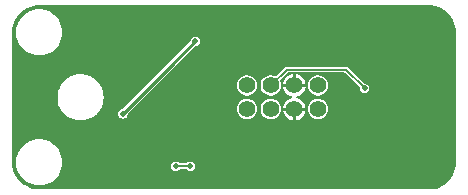
<source format=gbr>
%TF.GenerationSoftware,KiCad,Pcbnew,8.0.3*%
%TF.CreationDate,2024-07-01T09:22:30+07:00*%
%TF.ProjectId,WeatherStation,57656174-6865-4725-9374-6174696f6e2e,rev?*%
%TF.SameCoordinates,Original*%
%TF.FileFunction,Copper,L2,Bot*%
%TF.FilePolarity,Positive*%
%FSLAX46Y46*%
G04 Gerber Fmt 4.6, Leading zero omitted, Abs format (unit mm)*
G04 Created by KiCad (PCBNEW 8.0.3) date 2024-07-01 09:22:30*
%MOMM*%
%LPD*%
G01*
G04 APERTURE LIST*
%TA.AperFunction,ComponentPad*%
%ADD10C,1.400000*%
%TD*%
%TA.AperFunction,ViaPad*%
%ADD11C,0.480000*%
%TD*%
%TA.AperFunction,Conductor*%
%ADD12C,0.250000*%
%TD*%
%TA.AperFunction,Conductor*%
%ADD13C,0.160000*%
%TD*%
G04 APERTURE END LIST*
D10*
%TO.P,J6,1,1*%
%TO.N,VSEN1*%
X217475001Y-113100001D03*
%TO.P,J6,2,2*%
%TO.N,VDD1*%
X217475001Y-115100001D03*
%TO.P,J6,3,3*%
%TO.N,GND1*%
X215475001Y-113100001D03*
%TO.P,J6,4,4*%
X215475001Y-115100001D03*
%TO.P,J6,5,5*%
%TO.N,/SENSORS/~{LED_EN}*%
X213475001Y-113100001D03*
%TO.P,J6,6,6*%
%TO.N,/SENSORS/VOUT*%
X213475001Y-115100001D03*
%TO.P,J6,7,7*%
%TO.N,/SENSORS/SCL1*%
X211475001Y-113100001D03*
%TO.P,J6,8,8*%
%TO.N,/SENSORS/SDA1*%
X211475001Y-115100001D03*
%TD*%
D11*
%TO.N,GND1*%
X207375000Y-116850000D03*
X216675002Y-109900000D03*
X213875002Y-109900000D03*
X228125002Y-118300000D03*
X200875000Y-121000001D03*
X197375000Y-111350000D03*
X212750000Y-120575002D03*
X220375000Y-117350000D03*
X216675002Y-108900000D03*
X207375000Y-107850000D03*
X207750000Y-120575002D03*
X217750000Y-120575002D03*
X204375000Y-113850000D03*
X213875002Y-108900000D03*
X209875000Y-107850000D03*
X199875000Y-111350000D03*
X207375000Y-113850000D03*
X200875000Y-119600001D03*
X215250000Y-120575002D03*
X228125002Y-113300000D03*
X228125002Y-110800000D03*
X220250000Y-120575002D03*
X222375000Y-107850000D03*
X204375000Y-116850000D03*
X197375000Y-116850000D03*
X216675002Y-107900000D03*
X225250000Y-120575002D03*
X210375000Y-110350000D03*
X210250000Y-120575002D03*
X193875000Y-116850000D03*
X212375000Y-107850000D03*
X228125002Y-115800000D03*
X222750000Y-120575002D03*
X224875000Y-107850000D03*
X193875000Y-113850000D03*
X197375000Y-108850000D03*
X200875000Y-118100001D03*
X210875000Y-116850000D03*
X207375000Y-111350000D03*
X193875000Y-111350000D03*
X202375000Y-111350000D03*
X213875002Y-107900000D03*
%TO.N,VSEN1*%
X207100004Y-109350000D03*
X200950003Y-115500001D03*
%TO.N,/SENSORS/SDA1*%
X205450000Y-119925001D03*
X206650000Y-119925001D03*
%TO.N,/SENSORS/~{LED_EN}*%
X221425002Y-113350000D03*
%TD*%
D12*
%TO.N,VSEN1*%
X204987502Y-111462502D02*
X200950003Y-115500001D01*
X207100004Y-109350000D02*
X204987502Y-111462502D01*
D13*
%TO.N,/SENSORS/SDA1*%
X205450000Y-119925001D02*
X206650000Y-119925001D01*
%TO.N,/SENSORS/~{LED_EN}*%
X214825002Y-111750000D02*
X213475001Y-113100001D01*
X221425002Y-113350000D02*
X219825002Y-111750000D01*
X219825002Y-111750000D02*
X214825002Y-111750000D01*
%TD*%
%TA.AperFunction,Conductor*%
%TO.N,GND1*%
G36*
X226877281Y-106300643D02*
G01*
X227147314Y-106316978D01*
X227156768Y-106318126D01*
X227420510Y-106366458D01*
X227429763Y-106368738D01*
X227685759Y-106448510D01*
X227694667Y-106451888D01*
X227939180Y-106561935D01*
X227947609Y-106566359D01*
X228147765Y-106687358D01*
X228177074Y-106705076D01*
X228184925Y-106710495D01*
X228395996Y-106875858D01*
X228403136Y-106882185D01*
X228592719Y-107071768D01*
X228599045Y-107078908D01*
X228764401Y-107289968D01*
X228769819Y-107297817D01*
X228894665Y-107504338D01*
X228908535Y-107527281D01*
X228912968Y-107535728D01*
X229023008Y-107780227D01*
X229026391Y-107789147D01*
X229106159Y-108045132D01*
X229108442Y-108054395D01*
X229156772Y-108318124D01*
X229157922Y-108327594D01*
X229174258Y-108597650D01*
X229174402Y-108602420D01*
X229174402Y-119551849D01*
X229174302Y-119552866D01*
X229174302Y-119597609D01*
X229174158Y-119602379D01*
X229157824Y-119872404D01*
X229156674Y-119881874D01*
X229108344Y-120145604D01*
X229106061Y-120154867D01*
X229026293Y-120410852D01*
X229022910Y-120419772D01*
X228912870Y-120664271D01*
X228908437Y-120672718D01*
X228769726Y-120902174D01*
X228764307Y-120910025D01*
X228598944Y-121121096D01*
X228592617Y-121128236D01*
X228403038Y-121317815D01*
X228395898Y-121324142D01*
X228184827Y-121489505D01*
X228176976Y-121494924D01*
X227947520Y-121633636D01*
X227939073Y-121638069D01*
X227694574Y-121748109D01*
X227685654Y-121751492D01*
X227429669Y-121831260D01*
X227420406Y-121833543D01*
X227156677Y-121881874D01*
X227147207Y-121883024D01*
X226877216Y-121899356D01*
X226872446Y-121899500D01*
X193864164Y-121899500D01*
X193859394Y-121899356D01*
X193602595Y-121883822D01*
X193593125Y-121882672D01*
X193329395Y-121834342D01*
X193320132Y-121832059D01*
X193064148Y-121752291D01*
X193055228Y-121748908D01*
X192810729Y-121638868D01*
X192802282Y-121634435D01*
X192800960Y-121633636D01*
X192671676Y-121555481D01*
X192572826Y-121495724D01*
X192564975Y-121490305D01*
X192353904Y-121324942D01*
X192346764Y-121318615D01*
X192157185Y-121129036D01*
X192150858Y-121121896D01*
X191985495Y-120910825D01*
X191980076Y-120902974D01*
X191854751Y-120695662D01*
X191841359Y-120673509D01*
X191836936Y-120665080D01*
X191726888Y-120420566D01*
X191723508Y-120411652D01*
X191692033Y-120310646D01*
X191643738Y-120155663D01*
X191641457Y-120146405D01*
X191593126Y-119882667D01*
X191591978Y-119873213D01*
X191575644Y-119603180D01*
X191575548Y-119600000D01*
X191919519Y-119600000D01*
X191936855Y-119842395D01*
X191939423Y-119878293D01*
X191998730Y-120150923D01*
X192095976Y-120411652D01*
X192096232Y-120412337D01*
X192149982Y-120510773D01*
X192229946Y-120657214D01*
X192229950Y-120657220D01*
X192397144Y-120880565D01*
X192397154Y-120880577D01*
X192594423Y-121077846D01*
X192594429Y-121077851D01*
X192594433Y-121077855D01*
X192817788Y-121245056D01*
X193062664Y-121378769D01*
X193324078Y-121476271D01*
X193596707Y-121535578D01*
X193875001Y-121555482D01*
X194153295Y-121535578D01*
X194425924Y-121476271D01*
X194687338Y-121378769D01*
X194932214Y-121245056D01*
X195155569Y-121077855D01*
X195352856Y-120880568D01*
X195520057Y-120657213D01*
X195653770Y-120412337D01*
X195751272Y-120150923D01*
X195800419Y-119924998D01*
X205044508Y-119924998D01*
X205044508Y-119925003D01*
X205064353Y-120050303D01*
X205064354Y-120050307D01*
X205121948Y-120163341D01*
X205121950Y-120163344D01*
X205211656Y-120253050D01*
X205211659Y-120253052D01*
X205324693Y-120310646D01*
X205324695Y-120310646D01*
X205324696Y-120310647D01*
X205366464Y-120317262D01*
X205449998Y-120330493D01*
X205450000Y-120330493D01*
X205450002Y-120330493D01*
X205512652Y-120320570D01*
X205575304Y-120310647D01*
X205688342Y-120253051D01*
X205752753Y-120188639D01*
X205801728Y-120165802D01*
X205808614Y-120165501D01*
X206291386Y-120165501D01*
X206342166Y-120183983D01*
X206347236Y-120188629D01*
X206411658Y-120253051D01*
X206411660Y-120253052D01*
X206411659Y-120253052D01*
X206524693Y-120310646D01*
X206524695Y-120310646D01*
X206524696Y-120310647D01*
X206566464Y-120317262D01*
X206649998Y-120330493D01*
X206650000Y-120330493D01*
X206650002Y-120330493D01*
X206712652Y-120320570D01*
X206775304Y-120310647D01*
X206888342Y-120253051D01*
X206978050Y-120163343D01*
X207035646Y-120050305D01*
X207055492Y-119925001D01*
X207048788Y-119882675D01*
X207035646Y-119799698D01*
X207035645Y-119799694D01*
X206978051Y-119686660D01*
X206978049Y-119686657D01*
X206888343Y-119596951D01*
X206888340Y-119596949D01*
X206775306Y-119539355D01*
X206775302Y-119539354D01*
X206650002Y-119519509D01*
X206649998Y-119519509D01*
X206524697Y-119539354D01*
X206524693Y-119539355D01*
X206411659Y-119596949D01*
X206379453Y-119629155D01*
X206347246Y-119661362D01*
X206298272Y-119684200D01*
X206291386Y-119684501D01*
X205808614Y-119684501D01*
X205757834Y-119666019D01*
X205752763Y-119661372D01*
X205688342Y-119596951D01*
X205688339Y-119596949D01*
X205688340Y-119596949D01*
X205575306Y-119539355D01*
X205575302Y-119539354D01*
X205450002Y-119519509D01*
X205449998Y-119519509D01*
X205324697Y-119539354D01*
X205324693Y-119539355D01*
X205211659Y-119596949D01*
X205211656Y-119596951D01*
X205121950Y-119686657D01*
X205121948Y-119686660D01*
X205064354Y-119799694D01*
X205064353Y-119799698D01*
X205044508Y-119924998D01*
X195800419Y-119924998D01*
X195810579Y-119878294D01*
X195830483Y-119600000D01*
X195810579Y-119321706D01*
X195751272Y-119049077D01*
X195653770Y-118787663D01*
X195520057Y-118542787D01*
X195352856Y-118319432D01*
X195352852Y-118319428D01*
X195352847Y-118319422D01*
X195155578Y-118122153D01*
X195155572Y-118122148D01*
X195155569Y-118122145D01*
X194932214Y-117954944D01*
X194687338Y-117821231D01*
X194687335Y-117821230D01*
X194687336Y-117821230D01*
X194425924Y-117723729D01*
X194425925Y-117723729D01*
X194289609Y-117694075D01*
X194153295Y-117664422D01*
X193875001Y-117644518D01*
X193596707Y-117664422D01*
X193324077Y-117723729D01*
X193062665Y-117821230D01*
X192817786Y-117954945D01*
X192817780Y-117954949D01*
X192594435Y-118122143D01*
X192594423Y-118122153D01*
X192397154Y-118319422D01*
X192397144Y-118319434D01*
X192229950Y-118542779D01*
X192229946Y-118542785D01*
X192096231Y-118787664D01*
X192055622Y-118896542D01*
X191998730Y-119049077D01*
X191939423Y-119321706D01*
X191919519Y-119600000D01*
X191575548Y-119600000D01*
X191575500Y-119598410D01*
X191575500Y-114100000D01*
X195419519Y-114100000D01*
X195436855Y-114342395D01*
X195439423Y-114378293D01*
X195498730Y-114650923D01*
X195586071Y-114885096D01*
X195596232Y-114912337D01*
X195723865Y-115146079D01*
X195729946Y-115157214D01*
X195729950Y-115157220D01*
X195897144Y-115380565D01*
X195897154Y-115380577D01*
X196094423Y-115577846D01*
X196094429Y-115577851D01*
X196094433Y-115577855D01*
X196317788Y-115745056D01*
X196562664Y-115878769D01*
X196824078Y-115976271D01*
X197096707Y-116035578D01*
X197375001Y-116055482D01*
X197653295Y-116035578D01*
X197925924Y-115976271D01*
X198187338Y-115878769D01*
X198432214Y-115745056D01*
X198655569Y-115577855D01*
X198733426Y-115499998D01*
X200544511Y-115499998D01*
X200544511Y-115500003D01*
X200564356Y-115625303D01*
X200564357Y-115625307D01*
X200621951Y-115738341D01*
X200621953Y-115738344D01*
X200711659Y-115828050D01*
X200711662Y-115828052D01*
X200824696Y-115885646D01*
X200824698Y-115885646D01*
X200824699Y-115885647D01*
X200866467Y-115892262D01*
X200950001Y-115905493D01*
X200950003Y-115905493D01*
X200950005Y-115905493D01*
X201012655Y-115895570D01*
X201075307Y-115885647D01*
X201188345Y-115828051D01*
X201278053Y-115738343D01*
X201335649Y-115625305D01*
X201351806Y-115523290D01*
X201373970Y-115479790D01*
X201753761Y-115099999D01*
X210609761Y-115099999D01*
X210609761Y-115100002D01*
X210628669Y-115279895D01*
X210628671Y-115279904D01*
X210684562Y-115451918D01*
X210684565Y-115451926D01*
X210775007Y-115608576D01*
X210896042Y-115743000D01*
X210896043Y-115743001D01*
X210896045Y-115743003D01*
X211042375Y-115849317D01*
X211042381Y-115849321D01*
X211207627Y-115922893D01*
X211384559Y-115960501D01*
X211384563Y-115960501D01*
X211565439Y-115960501D01*
X211565443Y-115960501D01*
X211742375Y-115922893D01*
X211907621Y-115849321D01*
X212051133Y-115745054D01*
X212053956Y-115743003D01*
X212053956Y-115743002D01*
X212053960Y-115743000D01*
X212174995Y-115608576D01*
X212265437Y-115451926D01*
X212321333Y-115279895D01*
X212340241Y-115100001D01*
X212340241Y-115099999D01*
X212609761Y-115099999D01*
X212609761Y-115100002D01*
X212628669Y-115279895D01*
X212628671Y-115279904D01*
X212684562Y-115451918D01*
X212684565Y-115451926D01*
X212775007Y-115608576D01*
X212896042Y-115743000D01*
X212896043Y-115743001D01*
X212896045Y-115743003D01*
X213042375Y-115849317D01*
X213042381Y-115849321D01*
X213207627Y-115922893D01*
X213384559Y-115960501D01*
X213384563Y-115960501D01*
X213565439Y-115960501D01*
X213565443Y-115960501D01*
X213742375Y-115922893D01*
X213907621Y-115849321D01*
X214051133Y-115745054D01*
X214053956Y-115743003D01*
X214053956Y-115743002D01*
X214053960Y-115743000D01*
X214174995Y-115608576D01*
X214265437Y-115451926D01*
X214321333Y-115279895D01*
X214340241Y-115100001D01*
X214340051Y-115098197D01*
X214335398Y-115053923D01*
X214321333Y-114920107D01*
X214318808Y-114912337D01*
X214265439Y-114748083D01*
X214265437Y-114748076D01*
X214174995Y-114591426D01*
X214053960Y-114457002D01*
X214053957Y-114457000D01*
X214053956Y-114456998D01*
X213907626Y-114350684D01*
X213907623Y-114350682D01*
X213907621Y-114350681D01*
X213807906Y-114306285D01*
X213742378Y-114277110D01*
X213742373Y-114277108D01*
X213670998Y-114261937D01*
X213565443Y-114239501D01*
X213384559Y-114239501D01*
X213305392Y-114256328D01*
X213207628Y-114277108D01*
X213207623Y-114277110D01*
X213042385Y-114350679D01*
X213042375Y-114350684D01*
X212896045Y-114456998D01*
X212896042Y-114457002D01*
X212775006Y-114591426D01*
X212684565Y-114748076D01*
X212684562Y-114748083D01*
X212628671Y-114920097D01*
X212628669Y-114920106D01*
X212609761Y-115099999D01*
X212340241Y-115099999D01*
X212340051Y-115098197D01*
X212335398Y-115053923D01*
X212321333Y-114920107D01*
X212318808Y-114912337D01*
X212265439Y-114748083D01*
X212265437Y-114748076D01*
X212174995Y-114591426D01*
X212053960Y-114457002D01*
X212053957Y-114457000D01*
X212053956Y-114456998D01*
X211907626Y-114350684D01*
X211907623Y-114350682D01*
X211907621Y-114350681D01*
X211807906Y-114306285D01*
X211742378Y-114277110D01*
X211742373Y-114277108D01*
X211670998Y-114261937D01*
X211565443Y-114239501D01*
X211384559Y-114239501D01*
X211305392Y-114256328D01*
X211207628Y-114277108D01*
X211207623Y-114277110D01*
X211042385Y-114350679D01*
X211042375Y-114350684D01*
X210896045Y-114456998D01*
X210896042Y-114457002D01*
X210775006Y-114591426D01*
X210684565Y-114748076D01*
X210684562Y-114748083D01*
X210628671Y-114920097D01*
X210628669Y-114920106D01*
X210609761Y-115099999D01*
X201753761Y-115099999D01*
X203753762Y-113099999D01*
X210609761Y-113099999D01*
X210609761Y-113100002D01*
X210628669Y-113279895D01*
X210628671Y-113279904D01*
X210684562Y-113451918D01*
X210684565Y-113451926D01*
X210736781Y-113542367D01*
X210763323Y-113588340D01*
X210775007Y-113608576D01*
X210896042Y-113743000D01*
X210896043Y-113743001D01*
X210896045Y-113743003D01*
X211042375Y-113849317D01*
X211042381Y-113849321D01*
X211207627Y-113922893D01*
X211384559Y-113960501D01*
X211384563Y-113960501D01*
X211565439Y-113960501D01*
X211565443Y-113960501D01*
X211742375Y-113922893D01*
X211907621Y-113849321D01*
X212053960Y-113743000D01*
X212174995Y-113608576D01*
X212265437Y-113451926D01*
X212321333Y-113279895D01*
X212340241Y-113100001D01*
X212340241Y-113099999D01*
X212609761Y-113099999D01*
X212609761Y-113100002D01*
X212628669Y-113279895D01*
X212628671Y-113279904D01*
X212684562Y-113451918D01*
X212684565Y-113451926D01*
X212736781Y-113542367D01*
X212763323Y-113588340D01*
X212775007Y-113608576D01*
X212896042Y-113743000D01*
X212896043Y-113743001D01*
X212896045Y-113743003D01*
X213042375Y-113849317D01*
X213042381Y-113849321D01*
X213207627Y-113922893D01*
X213384559Y-113960501D01*
X213384563Y-113960501D01*
X213565439Y-113960501D01*
X213565443Y-113960501D01*
X213742375Y-113922893D01*
X213907621Y-113849321D01*
X214053960Y-113743000D01*
X214174995Y-113608576D01*
X214265437Y-113451926D01*
X214321333Y-113279895D01*
X214340241Y-113100001D01*
X214327103Y-112975001D01*
X214532716Y-112975001D01*
X215146148Y-112975001D01*
X215125001Y-113053923D01*
X215125001Y-113146079D01*
X215146148Y-113225001D01*
X214532716Y-113225001D01*
X214538746Y-113286237D01*
X214538747Y-113286240D01*
X214593065Y-113465303D01*
X214593067Y-113465306D01*
X214681285Y-113630349D01*
X214799998Y-113775003D01*
X214944652Y-113893716D01*
X215109695Y-113981934D01*
X215109699Y-113981936D01*
X215249692Y-114024403D01*
X215292920Y-114056830D01*
X215305191Y-114109458D01*
X215280763Y-114157660D01*
X215249692Y-114175599D01*
X215109699Y-114218065D01*
X215109695Y-114218067D01*
X214944652Y-114306285D01*
X214799998Y-114424998D01*
X214681285Y-114569652D01*
X214593067Y-114734695D01*
X214593065Y-114734698D01*
X214538747Y-114913761D01*
X214538746Y-114913764D01*
X214532716Y-114975001D01*
X215146148Y-114975001D01*
X215125001Y-115053923D01*
X215125001Y-115146079D01*
X215146148Y-115225001D01*
X214532716Y-115225001D01*
X214538746Y-115286237D01*
X214538747Y-115286240D01*
X214593065Y-115465303D01*
X214593067Y-115465306D01*
X214681285Y-115630349D01*
X214799998Y-115775003D01*
X214944652Y-115893716D01*
X215109695Y-115981934D01*
X215109701Y-115981937D01*
X215288759Y-116036253D01*
X215288766Y-116036255D01*
X215350000Y-116042285D01*
X215350001Y-116042285D01*
X215350001Y-115428853D01*
X215428923Y-115450001D01*
X215521079Y-115450001D01*
X215600001Y-115428853D01*
X215600001Y-116042285D01*
X215661235Y-116036255D01*
X215661242Y-116036253D01*
X215840300Y-115981937D01*
X215840306Y-115981934D01*
X216005349Y-115893716D01*
X216150003Y-115775003D01*
X216268716Y-115630349D01*
X216356934Y-115465306D01*
X216356936Y-115465303D01*
X216411254Y-115286240D01*
X216411255Y-115286237D01*
X216417286Y-115225001D01*
X215803854Y-115225001D01*
X215825001Y-115146079D01*
X215825001Y-115099999D01*
X216609761Y-115099999D01*
X216609761Y-115100002D01*
X216628669Y-115279895D01*
X216628671Y-115279904D01*
X216684562Y-115451918D01*
X216684565Y-115451926D01*
X216775007Y-115608576D01*
X216896042Y-115743000D01*
X216896043Y-115743001D01*
X216896045Y-115743003D01*
X217042375Y-115849317D01*
X217042381Y-115849321D01*
X217207627Y-115922893D01*
X217384559Y-115960501D01*
X217384563Y-115960501D01*
X217565439Y-115960501D01*
X217565443Y-115960501D01*
X217742375Y-115922893D01*
X217907621Y-115849321D01*
X218051133Y-115745054D01*
X218053956Y-115743003D01*
X218053956Y-115743002D01*
X218053960Y-115743000D01*
X218174995Y-115608576D01*
X218265437Y-115451926D01*
X218321333Y-115279895D01*
X218340241Y-115100001D01*
X218340051Y-115098197D01*
X218335398Y-115053923D01*
X218321333Y-114920107D01*
X218318808Y-114912337D01*
X218265439Y-114748083D01*
X218265437Y-114748076D01*
X218174995Y-114591426D01*
X218053960Y-114457002D01*
X218053957Y-114457000D01*
X218053956Y-114456998D01*
X217907626Y-114350684D01*
X217907623Y-114350682D01*
X217907621Y-114350681D01*
X217807906Y-114306285D01*
X217742378Y-114277110D01*
X217742373Y-114277108D01*
X217670998Y-114261937D01*
X217565443Y-114239501D01*
X217384559Y-114239501D01*
X217305392Y-114256328D01*
X217207628Y-114277108D01*
X217207623Y-114277110D01*
X217042385Y-114350679D01*
X217042375Y-114350684D01*
X216896045Y-114456998D01*
X216896042Y-114457002D01*
X216775006Y-114591426D01*
X216684565Y-114748076D01*
X216684562Y-114748083D01*
X216628671Y-114920097D01*
X216628669Y-114920106D01*
X216609761Y-115099999D01*
X215825001Y-115099999D01*
X215825001Y-115053923D01*
X215803854Y-114975001D01*
X216417286Y-114975001D01*
X216411255Y-114913764D01*
X216411254Y-114913761D01*
X216356936Y-114734698D01*
X216356934Y-114734695D01*
X216268716Y-114569652D01*
X216150003Y-114424998D01*
X216005349Y-114306285D01*
X215840306Y-114218067D01*
X215840303Y-114218065D01*
X215700309Y-114175599D01*
X215657081Y-114143172D01*
X215644810Y-114090544D01*
X215669238Y-114042342D01*
X215700309Y-114024403D01*
X215840303Y-113981936D01*
X215840306Y-113981934D01*
X216005349Y-113893716D01*
X216150003Y-113775003D01*
X216268716Y-113630349D01*
X216356934Y-113465306D01*
X216356936Y-113465303D01*
X216411254Y-113286240D01*
X216411255Y-113286237D01*
X216417286Y-113225001D01*
X215803854Y-113225001D01*
X215825001Y-113146079D01*
X215825001Y-113099999D01*
X216609761Y-113099999D01*
X216609761Y-113100002D01*
X216628669Y-113279895D01*
X216628671Y-113279904D01*
X216684562Y-113451918D01*
X216684565Y-113451926D01*
X216736781Y-113542367D01*
X216763323Y-113588340D01*
X216775007Y-113608576D01*
X216896042Y-113743000D01*
X216896043Y-113743001D01*
X216896045Y-113743003D01*
X217042375Y-113849317D01*
X217042381Y-113849321D01*
X217207627Y-113922893D01*
X217384559Y-113960501D01*
X217384563Y-113960501D01*
X217565439Y-113960501D01*
X217565443Y-113960501D01*
X217742375Y-113922893D01*
X217907621Y-113849321D01*
X218053960Y-113743000D01*
X218174995Y-113608576D01*
X218265437Y-113451926D01*
X218321333Y-113279895D01*
X218340241Y-113100001D01*
X218321333Y-112920107D01*
X218265437Y-112748076D01*
X218174995Y-112591426D01*
X218053960Y-112457002D01*
X218053957Y-112457000D01*
X218053956Y-112456998D01*
X217907626Y-112350684D01*
X217907623Y-112350682D01*
X217907621Y-112350681D01*
X217805186Y-112305074D01*
X217742378Y-112277110D01*
X217742373Y-112277108D01*
X217670998Y-112261937D01*
X217565443Y-112239501D01*
X217384559Y-112239501D01*
X217305392Y-112256328D01*
X217207628Y-112277108D01*
X217207623Y-112277110D01*
X217042385Y-112350679D01*
X217042375Y-112350684D01*
X216896045Y-112456998D01*
X216896042Y-112457002D01*
X216775006Y-112591426D01*
X216684565Y-112748076D01*
X216684562Y-112748083D01*
X216628671Y-112920097D01*
X216628669Y-112920106D01*
X216609761Y-113099999D01*
X215825001Y-113099999D01*
X215825001Y-113053923D01*
X215803854Y-112975001D01*
X216417286Y-112975001D01*
X216411255Y-112913764D01*
X216411254Y-112913761D01*
X216356936Y-112734698D01*
X216356934Y-112734695D01*
X216268716Y-112569652D01*
X216150003Y-112424998D01*
X216005349Y-112306285D01*
X215840306Y-112218067D01*
X215840303Y-112218065D01*
X215661240Y-112163747D01*
X215661237Y-112163746D01*
X215600001Y-112157715D01*
X215600001Y-112771148D01*
X215521079Y-112750001D01*
X215428923Y-112750001D01*
X215350001Y-112771148D01*
X215350001Y-112157715D01*
X215288764Y-112163746D01*
X215288761Y-112163747D01*
X215109698Y-112218065D01*
X215109695Y-112218067D01*
X214944652Y-112306285D01*
X214799998Y-112424998D01*
X214681285Y-112569652D01*
X214593067Y-112734695D01*
X214593065Y-112734698D01*
X214538747Y-112913761D01*
X214538746Y-112913764D01*
X214532716Y-112975001D01*
X214327103Y-112975001D01*
X214321333Y-112920107D01*
X214265437Y-112748076D01*
X214259732Y-112738194D01*
X214250347Y-112684976D01*
X214272283Y-112642835D01*
X214901482Y-112013637D01*
X214950457Y-111990801D01*
X214957342Y-111990500D01*
X219692661Y-111990500D01*
X219743441Y-112008982D01*
X219748522Y-112013639D01*
X220999985Y-113265101D01*
X221022823Y-113314077D01*
X221022152Y-113333317D01*
X221019511Y-113349997D01*
X221019510Y-113350002D01*
X221019510Y-113350003D01*
X221039355Y-113475302D01*
X221039356Y-113475306D01*
X221096950Y-113588340D01*
X221096952Y-113588343D01*
X221186658Y-113678049D01*
X221186661Y-113678051D01*
X221299695Y-113735645D01*
X221299697Y-113735645D01*
X221299698Y-113735646D01*
X221341466Y-113742261D01*
X221425000Y-113755492D01*
X221425002Y-113755492D01*
X221425004Y-113755492D01*
X221503874Y-113743000D01*
X221550306Y-113735646D01*
X221663344Y-113678050D01*
X221753052Y-113588342D01*
X221810648Y-113475304D01*
X221830494Y-113350000D01*
X221824804Y-113314077D01*
X221810648Y-113224697D01*
X221810647Y-113224693D01*
X221753053Y-113111659D01*
X221753051Y-113111656D01*
X221663345Y-113021950D01*
X221663342Y-113021948D01*
X221550308Y-112964354D01*
X221550304Y-112964353D01*
X221425005Y-112944508D01*
X221425004Y-112944508D01*
X221425002Y-112944508D01*
X221408320Y-112947149D01*
X221355275Y-112936837D01*
X221340103Y-112924983D01*
X220654621Y-112239501D01*
X219961237Y-111546116D01*
X219961236Y-111546114D01*
X219931770Y-111533909D01*
X219872841Y-111509500D01*
X219872840Y-111509500D01*
X214872841Y-111509500D01*
X214777164Y-111509500D01*
X214718234Y-111533909D01*
X214688769Y-111546114D01*
X213929807Y-112305074D01*
X213880831Y-112327911D01*
X213841814Y-112321382D01*
X213742378Y-112277110D01*
X213742373Y-112277108D01*
X213670998Y-112261937D01*
X213565443Y-112239501D01*
X213384559Y-112239501D01*
X213305392Y-112256328D01*
X213207628Y-112277108D01*
X213207623Y-112277110D01*
X213042385Y-112350679D01*
X213042375Y-112350684D01*
X212896045Y-112456998D01*
X212896042Y-112457002D01*
X212775006Y-112591426D01*
X212684565Y-112748076D01*
X212684562Y-112748083D01*
X212628671Y-112920097D01*
X212628669Y-112920106D01*
X212609761Y-113099999D01*
X212340241Y-113099999D01*
X212321333Y-112920107D01*
X212265437Y-112748076D01*
X212174995Y-112591426D01*
X212053960Y-112457002D01*
X212053957Y-112457000D01*
X212053956Y-112456998D01*
X211907626Y-112350684D01*
X211907623Y-112350682D01*
X211907621Y-112350681D01*
X211805186Y-112305074D01*
X211742378Y-112277110D01*
X211742373Y-112277108D01*
X211670998Y-112261937D01*
X211565443Y-112239501D01*
X211384559Y-112239501D01*
X211305392Y-112256328D01*
X211207628Y-112277108D01*
X211207623Y-112277110D01*
X211042385Y-112350679D01*
X211042375Y-112350684D01*
X210896045Y-112456998D01*
X210896042Y-112457002D01*
X210775006Y-112591426D01*
X210684565Y-112748076D01*
X210684562Y-112748083D01*
X210628671Y-112920097D01*
X210628669Y-112920106D01*
X210609761Y-113099999D01*
X203753762Y-113099999D01*
X205215959Y-111637803D01*
X207079793Y-109773967D01*
X207123293Y-109751803D01*
X207225308Y-109735646D01*
X207338346Y-109678050D01*
X207428054Y-109588342D01*
X207485650Y-109475304D01*
X207505496Y-109350000D01*
X207485650Y-109224696D01*
X207485649Y-109224695D01*
X207485649Y-109224693D01*
X207428055Y-109111659D01*
X207428053Y-109111656D01*
X207338347Y-109021950D01*
X207338344Y-109021948D01*
X207225310Y-108964354D01*
X207225306Y-108964353D01*
X207100006Y-108944508D01*
X207100002Y-108944508D01*
X206974701Y-108964353D01*
X206974697Y-108964354D01*
X206861663Y-109021948D01*
X206861660Y-109021950D01*
X206771954Y-109111656D01*
X206771952Y-109111659D01*
X206714358Y-109224693D01*
X206714357Y-109224696D01*
X206698200Y-109326708D01*
X206676034Y-109370210D01*
X204812201Y-111234045D01*
X200970213Y-115076031D01*
X200926711Y-115098197D01*
X200824699Y-115114354D01*
X200824696Y-115114355D01*
X200711662Y-115171949D01*
X200711659Y-115171951D01*
X200621953Y-115261657D01*
X200621951Y-115261660D01*
X200564357Y-115374694D01*
X200564356Y-115374698D01*
X200544511Y-115499998D01*
X198733426Y-115499998D01*
X198852856Y-115380568D01*
X199020057Y-115157213D01*
X199153770Y-114912337D01*
X199251272Y-114650923D01*
X199310579Y-114378294D01*
X199330483Y-114100000D01*
X199310579Y-113821706D01*
X199251272Y-113549077D01*
X199153770Y-113287663D01*
X199020057Y-113042787D01*
X198852856Y-112819432D01*
X198852852Y-112819428D01*
X198852847Y-112819422D01*
X198655578Y-112622153D01*
X198655572Y-112622148D01*
X198655569Y-112622145D01*
X198432214Y-112454944D01*
X198187338Y-112321231D01*
X198187335Y-112321230D01*
X198187336Y-112321230D01*
X197925924Y-112223729D01*
X197925925Y-112223729D01*
X197789609Y-112194075D01*
X197653295Y-112164422D01*
X197375001Y-112144518D01*
X197096707Y-112164422D01*
X196824077Y-112223729D01*
X196562665Y-112321230D01*
X196317786Y-112454945D01*
X196317780Y-112454949D01*
X196094435Y-112622143D01*
X196094423Y-112622153D01*
X195897154Y-112819422D01*
X195897144Y-112819434D01*
X195729950Y-113042779D01*
X195729946Y-113042785D01*
X195596231Y-113287664D01*
X195498730Y-113549076D01*
X195470673Y-113678051D01*
X195439423Y-113821706D01*
X195419519Y-114100000D01*
X191575500Y-114100000D01*
X191575500Y-108602389D01*
X191575572Y-108600000D01*
X191919518Y-108600000D01*
X191936854Y-108842395D01*
X191939422Y-108878293D01*
X191998729Y-109150923D01*
X192080518Y-109370210D01*
X192096231Y-109412337D01*
X192192337Y-109588342D01*
X192229945Y-109657214D01*
X192229949Y-109657220D01*
X192397143Y-109880565D01*
X192397153Y-109880577D01*
X192594422Y-110077846D01*
X192594428Y-110077851D01*
X192594432Y-110077855D01*
X192817787Y-110245056D01*
X193062663Y-110378769D01*
X193324077Y-110476271D01*
X193596706Y-110535578D01*
X193875000Y-110555482D01*
X194153294Y-110535578D01*
X194425923Y-110476271D01*
X194687337Y-110378769D01*
X194932213Y-110245056D01*
X195155568Y-110077855D01*
X195352855Y-109880568D01*
X195520056Y-109657213D01*
X195653769Y-109412337D01*
X195751271Y-109150923D01*
X195810578Y-108878294D01*
X195830482Y-108600000D01*
X195810578Y-108321706D01*
X195751271Y-108049077D01*
X195653769Y-107787663D01*
X195520056Y-107542787D01*
X195352855Y-107319432D01*
X195352851Y-107319428D01*
X195352846Y-107319422D01*
X195155577Y-107122153D01*
X195155571Y-107122148D01*
X195155568Y-107122145D01*
X194932213Y-106954944D01*
X194687337Y-106821231D01*
X194687334Y-106821230D01*
X194687335Y-106821230D01*
X194425923Y-106723729D01*
X194425924Y-106723729D01*
X194289608Y-106694075D01*
X194153294Y-106664422D01*
X193875000Y-106644518D01*
X193596706Y-106664422D01*
X193324076Y-106723729D01*
X193062664Y-106821230D01*
X192817785Y-106954945D01*
X192817779Y-106954949D01*
X192594434Y-107122143D01*
X192594422Y-107122153D01*
X192397153Y-107319422D01*
X192397143Y-107319434D01*
X192229949Y-107542779D01*
X192229945Y-107542785D01*
X192096230Y-107787664D01*
X192055621Y-107896542D01*
X191998729Y-108049077D01*
X191939422Y-108321706D01*
X191919518Y-108600000D01*
X191575572Y-108600000D01*
X191575644Y-108597619D01*
X191577913Y-108560113D01*
X191591978Y-108327584D01*
X191593125Y-108318134D01*
X191641459Y-108054386D01*
X191643737Y-108045140D01*
X191723512Y-107789136D01*
X191726886Y-107780238D01*
X191836939Y-107535712D01*
X191841355Y-107527297D01*
X191980080Y-107297819D01*
X191985490Y-107289979D01*
X192150866Y-107078893D01*
X192157181Y-107071768D01*
X192346771Y-106882177D01*
X192353893Y-106875866D01*
X192564979Y-106710490D01*
X192572819Y-106705080D01*
X192802297Y-106566355D01*
X192810712Y-106561939D01*
X193055238Y-106451886D01*
X193064136Y-106448512D01*
X193320140Y-106368737D01*
X193329386Y-106366459D01*
X193593134Y-106318125D01*
X193602584Y-106316978D01*
X193872619Y-106300643D01*
X193877389Y-106300500D01*
X194335118Y-106300500D01*
X226335020Y-106300500D01*
X226835019Y-106300500D01*
X226872512Y-106300500D01*
X226877281Y-106300643D01*
G37*
%TD.AperFunction*%
%TD*%
M02*

</source>
